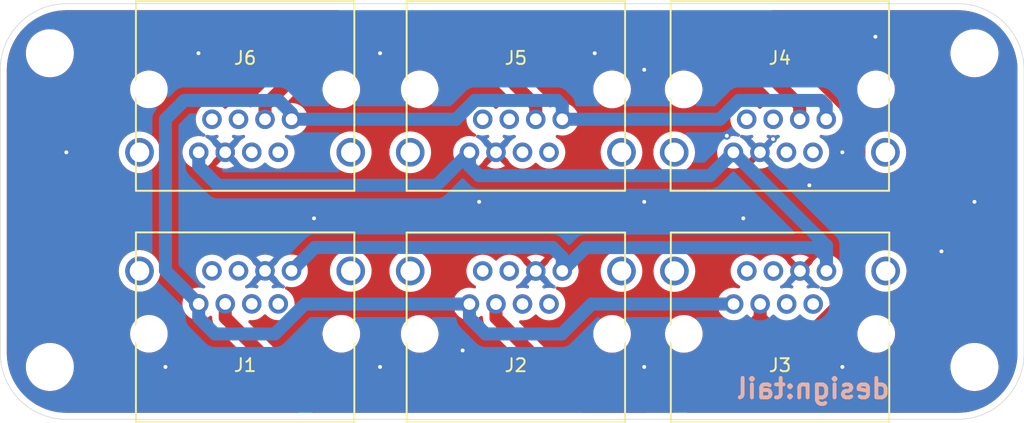
<source format=kicad_pcb>
(kicad_pcb (version 20240108) (generator "pcbnew") (generator_version "8.0")
  (layers (0 "F.Cu" signal) (31 "B.Cu" signal) (34 "B.Paste" user) (35 "F.Paste" user) (36 "B.SilkS" user "B.Silkscreen") (37 "F.SilkS" user "F.Silkscreen") (38 "B.Mask" user) (39 "F.Mask" user) (44 "Edge.Cuts" user))
  (net 0 "")
  (net 1 "GND")
  (net 3 "Power")
  (net 6 "CANH")
  (net 8 "CANL")
  (footprint "KUT_Connector.pretty-master:7810-8P8C" (layer "F.Cu") (at 123.475 28.18 180)
    (property "Reference" "J5" (at 0 2.413 180) (layer "F.SilkS"))
    (property "Value" "RJ45")
    (fp_line (start 8.4 6.8) (end 8.4 -7.8) (stroke (width 0.15)) (layer "F.SilkS"))
    (fp_line (start 8.4 -7.8) (end -8.4 -7.8) (stroke (width 0.15)) (layer "F.SilkS"))
    (fp_line (start -8.4 6.8) (end 8.4 6.8) (stroke (width 0.15)) (layer "F.SilkS"))
    (fp_line (start -8.4 -7.8) (end -8.4 6.8) (stroke (width 0.15)) (layer "F.SilkS"))
    (pad "" thru_hole circle (at -8.125 -4.84 180) (size 2.2 2.2) (drill 1.5) (layers "*.Cu" "*.Mask"))
    (pad "" np_thru_hole circle (at -7.4 0 180) (size 2.4 2.4) (drill 2.4) (layers "*.Cu" "*.Mask"))
    (pad "" np_thru_hole circle (at 7.4 0 180) (size 2.4 2.4) (drill 2.4) (layers "*.Cu" "*.Mask"))
    (pad "" thru_hole circle (at 8.125 -4.84 180) (size 2.2 2.2) (drill 1.5) (layers "*.Cu" "*.Mask"))
    (pad "1" thru_hole circle (at -3.57 -2.3 180) (size 1.5 1.5) (drill 0.9) (layers "*.Cu" "*.Mask") (net 6 "CANH"))
    (pad "2" thru_hole circle (at -2.55 -4.84 180) (size 1.5 1.5) (drill 0.9) (layers "*.Cu" "*.Mask"))
    (pad "3" thru_hole circle (at -1.53 -2.3 180) (size 1.5 1.5) (drill 0.9) (layers "*.Cu" "*.Mask") (net 3 "Power"))
    (pad "4" thru_hole circle (at -0.51 -4.84 180) (size 1.5 1.5) (drill 0.9) (layers "*.Cu" "*.Mask"))
    (pad "5" thru_hole circle (at 0.51 -2.3 180) (size 1.5 1.5) (drill 0.9) (layers "*.Cu" "*.Mask"))
    (pad "6" thru_hole circle (at 1.53 -4.84 180) (size 1.5 1.5) (drill 0.9) (layers "*.Cu" "*.Mask") (net 1 "GND"))
    (pad "7" thru_hole circle (at 2.55 -2.3 180) (size 1.5 1.5) (drill 0.9) (layers "*.Cu" "*.Mask"))
    (pad "8" thru_hole circle (at 3.57 -4.84 180) (size 1.5 1.5) (drill 0.9) (layers "*.Cu" "*.Mask") (net 8 "CANL"))
  )
  (footprint "" (layer "F.Cu") (at 87.63 49.53)
    (property "Reference" "" (at 0 0 0) (layer "F.SilkS") (effects (font (size 1.27 1.27))))
    (property "Value" "")
    (pad "" np_thru_hole circle (at 0 0) (size 3.2 3.2) (drill 3.2) (layers "F&B.Cu" "*.Mask"))
  )
  (footprint "" (layer "F.Cu") (at 158.75 25.4)
    (property "Reference" "" (at 0 0 0) (layer "F.SilkS") (effects (font (size 1.27 1.27))))
    (property "Value" "")
    (pad "" np_thru_hole circle (at 0 0) (size 3.2 3.2) (drill 3.2) (layers "F&B.Cu" "*.Mask"))
  )
  (footprint "" (layer "F.Cu") (at 158.75 49.53)
    (property "Reference" "" (at 0 0 0) (layer "F.SilkS") (effects (font (size 1.27 1.27))))
    (property "Value" "")
    (pad "" np_thru_hole circle (at 0 0) (size 3.2 3.2) (drill 3.2) (layers "F&B.Cu" "*.Mask"))
  )
  (footprint "KUT_Connector.pretty-master:7810-8P8C" (layer "F.Cu") (at 102.65 46.98)
    (property "Reference" "J1" (at 0 2.413 0) (layer "F.SilkS"))
    (property "Value" "RJ45")
    (fp_line (start -8.4 -7.8) (end -8.4 6.8) (stroke (width 0.15)) (layer "F.SilkS"))
    (fp_line (start -8.4 6.8) (end 8.4 6.8) (stroke (width 0.15)) (layer "F.SilkS"))
    (fp_line (start 8.4 -7.8) (end -8.4 -7.8) (stroke (width 0.15)) (layer "F.SilkS"))
    (fp_line (start 8.4 6.8) (end 8.4 -7.8) (stroke (width 0.15)) (layer "F.SilkS"))
    (pad "" thru_hole circle (at -8.125 -4.84) (size 2.2 2.2) (drill 1.5) (layers "*.Cu" "*.Mask"))
    (pad "" np_thru_hole circle (at -7.4 0) (size 2.4 2.4) (drill 2.4) (layers "*.Cu" "*.Mask"))
    (pad "" np_thru_hole circle (at 7.4 0) (size 2.4 2.4) (drill 2.4) (layers "*.Cu" "*.Mask"))
    (pad "" thru_hole circle (at 8.125 -4.84) (size 2.2 2.2) (drill 1.5) (layers "*.Cu" "*.Mask"))
    (pad "1" thru_hole circle (at -3.57 -2.3) (size 1.5 1.5) (drill 0.9) (layers "*.Cu" "*.Mask") (net 6 "CANH"))
    (pad "2" thru_hole circle (at -2.55 -4.84) (size 1.5 1.5) (drill 0.9) (layers "*.Cu" "*.Mask"))
    (pad "3" thru_hole circle (at -1.53 -2.3) (size 1.5 1.5) (drill 0.9) (layers "*.Cu" "*.Mask") (net 3 "Power"))
    (pad "4" thru_hole circle (at -0.51 -4.84) (size 1.5 1.5) (drill 0.9) (layers "*.Cu" "*.Mask"))
    (pad "5" thru_hole circle (at 0.51 -2.3) (size 1.5 1.5) (drill 0.9) (layers "*.Cu" "*.Mask"))
    (pad "6" thru_hole circle (at 1.53 -4.84) (size 1.5 1.5) (drill 0.9) (layers "*.Cu" "*.Mask") (net 1 "GND"))
    (pad "7" thru_hole circle (at 2.55 -2.3) (size 1.5 1.5) (drill 0.9) (layers "*.Cu" "*.Mask"))
    (pad "8" thru_hole circle (at 3.57 -4.84) (size 1.5 1.5) (drill 0.9) (layers "*.Cu" "*.Mask") (net 8 "CANL"))
  )
  (footprint "" (layer "F.Cu") (at 87.63 25.4)
    (property "Reference" "" (at 0 0 0) (layer "F.SilkS") (effects (font (size 1.27 1.27))))
    (property "Value" "")
    (pad "" np_thru_hole circle (at 0 0) (size 3.2 3.2) (drill 3.2) (layers "F&B.Cu" "*.Mask"))
  )
  (footprint "KUT_Connector.pretty-master:7810-8P8C" (layer "F.Cu") (at 123.475 46.99)
    (property "Reference" "J2" (at 0 2.413 0) (layer "F.SilkS"))
    (property "Value" "RJ45")
    (fp_line (start -8.4 -7.8) (end -8.4 6.8) (stroke (width 0.15)) (layer "F.SilkS"))
    (fp_line (start -8.4 6.8) (end 8.4 6.8) (stroke (width 0.15)) (layer "F.SilkS"))
    (fp_line (start 8.4 -7.8) (end -8.4 -7.8) (stroke (width 0.15)) (layer "F.SilkS"))
    (fp_line (start 8.4 6.8) (end 8.4 -7.8) (stroke (width 0.15)) (layer "F.SilkS"))
    (pad "" thru_hole circle (at -8.125 -4.84) (size 2.2 2.2) (drill 1.5) (layers "*.Cu" "*.Mask"))
    (pad "" np_thru_hole circle (at -7.4 0) (size 2.4 2.4) (drill 2.4) (layers "*.Cu" "*.Mask"))
    (pad "" np_thru_hole circle (at 7.4 0) (size 2.4 2.4) (drill 2.4) (layers "*.Cu" "*.Mask"))
    (pad "" thru_hole circle (at 8.125 -4.84) (size 2.2 2.2) (drill 1.5) (layers "*.Cu" "*.Mask"))
    (pad "1" thru_hole circle (at -3.57 -2.3) (size 1.5 1.5) (drill 0.9) (layers "*.Cu" "*.Mask") (net 6 "CANH"))
    (pad "2" thru_hole circle (at -2.55 -4.84) (size 1.5 1.5) (drill 0.9) (layers "*.Cu" "*.Mask"))
    (pad "3" thru_hole circle (at -1.53 -2.3) (size 1.5 1.5) (drill 0.9) (layers "*.Cu" "*.Mask") (net 3 "Power"))
    (pad "4" thru_hole circle (at -0.51 -4.84) (size 1.5 1.5) (drill 0.9) (layers "*.Cu" "*.Mask"))
    (pad "5" thru_hole circle (at 0.51 -2.3) (size 1.5 1.5) (drill 0.9) (layers "*.Cu" "*.Mask"))
    (pad "6" thru_hole circle (at 1.53 -4.84) (size 1.5 1.5) (drill 0.9) (layers "*.Cu" "*.Mask") (net 1 "GND"))
    (pad "7" thru_hole circle (at 2.55 -2.3) (size 1.5 1.5) (drill 0.9) (layers "*.Cu" "*.Mask"))
    (pad "8" thru_hole circle (at 3.57 -4.84) (size 1.5 1.5) (drill 0.9) (layers "*.Cu" "*.Mask") (net 8 "CANL"))
  )
  (footprint "KUT_Connector.pretty-master:7810-8P8C" (layer "F.Cu") (at 143.795 46.99)
    (property "Reference" "J3" (at 0 2.413 0) (layer "F.SilkS"))
    (property "Value" "RJ45")
    (fp_line (start -8.4 -7.8) (end -8.4 6.8) (stroke (width 0.15)) (layer "F.SilkS"))
    (fp_line (start -8.4 6.8) (end 8.4 6.8) (stroke (width 0.15)) (layer "F.SilkS"))
    (fp_line (start 8.4 -7.8) (end -8.4 -7.8) (stroke (width 0.15)) (layer "F.SilkS"))
    (fp_line (start 8.4 6.8) (end 8.4 -7.8) (stroke (width 0.15)) (layer "F.SilkS"))
    (pad "" thru_hole circle (at -8.125 -4.84) (size 2.2 2.2) (drill 1.5) (layers "*.Cu" "*.Mask"))
    (pad "" np_thru_hole circle (at -7.4 0) (size 2.4 2.4) (drill 2.4) (layers "*.Cu" "*.Mask"))
    (pad "" np_thru_hole circle (at 7.4 0) (size 2.4 2.4) (drill 2.4) (layers "*.Cu" "*.Mask"))
    (pad "" thru_hole circle (at 8.125 -4.84) (size 2.2 2.2) (drill 1.5) (layers "*.Cu" "*.Mask"))
    (pad "1" thru_hole circle (at -3.57 -2.3) (size 1.5 1.5) (drill 0.9) (layers "*.Cu" "*.Mask") (net 6 "CANH"))
    (pad "2" thru_hole circle (at -2.55 -4.84) (size 1.5 1.5) (drill 0.9) (layers "*.Cu" "*.Mask"))
    (pad "3" thru_hole circle (at -1.53 -2.3) (size 1.5 1.5) (drill 0.9) (layers "*.Cu" "*.Mask") (net 3 "Power"))
    (pad "4" thru_hole circle (at -0.51 -4.84) (size 1.5 1.5) (drill 0.9) (layers "*.Cu" "*.Mask"))
    (pad "5" thru_hole circle (at 0.51 -2.3) (size 1.5 1.5) (drill 0.9) (layers "*.Cu" "*.Mask"))
    (pad "6" thru_hole circle (at 1.53 -4.84) (size 1.5 1.5) (drill 0.9) (layers "*.Cu" "*.Mask") (net 1 "GND"))
    (pad "7" thru_hole circle (at 2.55 -2.3) (size 1.5 1.5) (drill 0.9) (layers "*.Cu" "*.Mask"))
    (pad "8" thru_hole circle (at 3.57 -4.84) (size 1.5 1.5) (drill 0.9) (layers "*.Cu" "*.Mask") (net 8 "CANL"))
  )
  (footprint "KUT_Connector.pretty-master:7810-8P8C" (layer "F.Cu") (at 143.7782 28.18 180)
    (property "Reference" "J4" (at 0 2.413 180) (layer "F.SilkS"))
    (property "Value" "RJ45")
    (fp_line (start 8.4 6.8) (end 8.4 -7.8) (stroke (width 0.15)) (layer "F.SilkS"))
    (fp_line (start 8.4 -7.8) (end -8.4 -7.8) (stroke (width 0.15)) (layer "F.SilkS"))
    (fp_line (start -8.4 6.8) (end 8.4 6.8) (stroke (width 0.15)) (layer "F.SilkS"))
    (fp_line (start -8.4 -7.8) (end -8.4 6.8) (stroke (width 0.15)) (layer "F.SilkS"))
    (pad "" thru_hole circle (at -8.125 -4.84 180) (size 2.2 2.2) (drill 1.5) (layers "*.Cu" "*.Mask"))
    (pad "" np_thru_hole circle (at -7.4 0 180) (size 2.4 2.4) (drill 2.4) (layers "*.Cu" "*.Mask"))
    (pad "" np_thru_hole circle (at 7.4 0 180) (size 2.4 2.4) (drill 2.4) (layers "*.Cu" "*.Mask"))
    (pad "" thru_hole circle (at 8.125 -4.84 180) (size 2.2 2.2) (drill 1.5) (layers "*.Cu" "*.Mask"))
    (pad "1" thru_hole circle (at -3.57 -2.3 180) (size 1.5 1.5) (drill 0.9) (layers "*.Cu" "*.Mask") (net 6 "CANH"))
    (pad "2" thru_hole circle (at -2.55 -4.84 180) (size 1.5 1.5) (drill 0.9) (layers "*.Cu" "*.Mask"))
    (pad "3" thru_hole circle (at -1.53 -2.3 180) (size 1.5 1.5) (drill 0.9) (layers "*.Cu" "*.Mask") (net 3 "Power"))
    (pad "4" thru_hole circle (at -0.51 -4.84 180) (size 1.5 1.5) (drill 0.9) (layers "*.Cu" "*.Mask"))
    (pad "5" thru_hole circle (at 0.51 -2.3 180) (size 1.5 1.5) (drill 0.9) (layers "*.Cu" "*.Mask"))
    (pad "6" thru_hole circle (at 1.53 -4.84 180) (size 1.5 1.5) (drill 0.9) (layers "*.Cu" "*.Mask") (net 1 "GND"))
    (pad "7" thru_hole circle (at 2.55 -2.3 180) (size 1.5 1.5) (drill 0.9) (layers "*.Cu" "*.Mask"))
    (pad "8" thru_hole circle (at 3.57 -4.84 180) (size 1.5 1.5) (drill 0.9) (layers "*.Cu" "*.Mask") (net 8 "CANL"))
  )
  (footprint "KUT_Connector.pretty-master:7810-8P8C" (layer "F.Cu") (at 102.65 28.18 180)
    (property "Reference" "J6" (at 0 2.413 180) (layer "F.SilkS"))
    (property "Value" "RJ45")
    (fp_line (start 8.4 6.8) (end 8.4 -7.8) (stroke (width 0.15)) (layer "F.SilkS"))
    (fp_line (start 8.4 -7.8) (end -8.4 -7.8) (stroke (width 0.15)) (layer "F.SilkS"))
    (fp_line (start -8.4 6.8) (end 8.4 6.8) (stroke (width 0.15)) (layer "F.SilkS"))
    (fp_line (start -8.4 -7.8) (end -8.4 6.8) (stroke (width 0.15)) (layer "F.SilkS"))
    (pad "" thru_hole circle (at -8.125 -4.84 180) (size 2.2 2.2) (drill 1.5) (layers "*.Cu" "*.Mask"))
    (pad "" np_thru_hole circle (at -7.4 0 180) (size 2.4 2.4) (drill 2.4) (layers "*.Cu" "*.Mask"))
    (pad "" np_thru_hole circle (at 7.4 0 180) (size 2.4 2.4) (drill 2.4) (layers "*.Cu" "*.Mask"))
    (pad "" thru_hole circle (at 8.125 -4.84 180) (size 2.2 2.2) (drill 1.5) (layers "*.Cu" "*.Mask"))
    (pad "1" thru_hole circle (at -3.57 -2.3 180) (size 1.5 1.5) (drill 0.9) (layers "*.Cu" "*.Mask") (net 6 "CANH"))
    (pad "2" thru_hole circle (at -2.55 -4.84 180) (size 1.5 1.5) (drill 0.9) (layers "*.Cu" "*.Mask"))
    (pad "3" thru_hole circle (at -1.53 -2.3 180) (size 1.5 1.5) (drill 0.9) (layers "*.Cu" "*.Mask") (net 3 "Power"))
    (pad "4" thru_hole circle (at -0.51 -4.84 180) (size 1.5 1.5) (drill 0.9) (layers "*.Cu" "*.Mask"))
    (pad "5" thru_hole circle (at 0.51 -2.3 180) (size 1.5 1.5) (drill 0.9) (layers "*.Cu" "*.Mask"))
    (pad "6" thru_hole circle (at 1.53 -4.84 180) (size 1.5 1.5) (drill 0.9) (layers "*.Cu" "*.Mask") (net 1 "GND"))
    (pad "7" thru_hole circle (at 2.55 -2.3 180) (size 1.5 1.5) (drill 0.9) (layers "*.Cu" "*.Mask"))
    (pad "8" thru_hole circle (at 3.57 -4.84 180) (size 1.5 1.5) (drill 0.9) (layers "*.Cu" "*.Mask") (net 8 "CANL"))
  )
  (gr_arc (start 83.82 26.67) (mid 85.307898 23.077898) (end 88.9 21.59) (stroke (width 0.05)) (layer "Edge.Cuts"))
  (gr_arc (start 162.56 48.477898) (mid 161.072102 52.07) (end 157.48 53.557898) (stroke (width 0.05)) (layer "Edge.Cuts"))
  (gr_line (start 88.9 21.59) (end 157.48 21.59) (stroke (width 0.05)) (layer "Edge.Cuts"))
  (gr_arc (start 88.9 53.557898) (mid 85.307898 52.07) (end 83.82 48.477898) (stroke (width 0.05)) (layer "Edge.Cuts"))
  (gr_line (start 83.82 48.477898) (end 83.82 26.67) (stroke (width 0.05)) (layer "Edge.Cuts"))
  (gr_line (start 157.48 53.557898) (end 88.9 53.557898) (stroke (width 0.05)) (layer "Edge.Cuts"))
  (gr_line (start 162.56 48.477898) (end 162.56 26.67) (stroke (width 0.05)) (layer "Edge.Cuts"))
  (gr_arc (start 157.48 21.59) (mid 161.072102 23.077898) (end 162.56 26.67) (stroke (width 0.05)) (layer "Edge.Cuts"))
  (gr_text "design:tail" (at 152.4 52.07 0) (layer "B.SilkS") (effects (font (size 1.5 1.5) (thickness 0.3) (bold yes)) (justify left bottom mirror)))
  (via (at 140.97 38.1) (size 0.6) (drill 0.3) (layers "F.Cu" "B.Cu") (net 1))
  (via (at 88.9 33.02) (size 0.6) (drill 0.3) (layers "F.Cu" "B.Cu") (net 1))
  (via (at 113.03 49.53) (size 0.6) (drill 0.3) (layers "F.Cu" "B.Cu") (net 1))
  (via (at 133.35 36.83) (size 0.6) (drill 0.3) (layers "F.Cu" "B.Cu") (net 1))
  (via (at 107.95 38.1) (size 0.6) (drill 0.3) (layers "F.Cu" "B.Cu") (net 1))
  (via (at 119.38 48.26) (size 0.6) (drill 0.3) (layers "F.Cu" "B.Cu") (net 1))
  (via (at 148.59 49.53) (size 0.6) (drill 0.3) (layers "F.Cu" "B.Cu") (net 1))
  (via (at 99.06 25.4) (size 0.6) (drill 0.3) (layers "F.Cu" "B.Cu") (net 1))
  (via (at 113.03 25.4) (size 0.6) (drill 0.3) (layers "F.Cu" "B.Cu") (net 1))
  (via (at 133.35 26.67) (size 0.6) (drill 0.3) (layers "F.Cu" "B.Cu") (net 1))
  (via (at 129.54 25.4) (size 0.6) (drill 0.3) (layers "F.Cu" "B.Cu") (net 1))
  (via (at 120.65 36.83) (size 0.6) (drill 0.3) (layers "F.Cu" "B.Cu") (net 1))
  (via (at 143.256 32.004) (size 0.6) (drill 0.3) (layers "F.Cu" "B.Cu") (net 1))
  (via (at 148.59 33.02) (size 0.6) (drill 0.3) (layers "F.Cu" "B.Cu") (net 1))
  (via (at 158.75 36.83) (size 0.6) (drill 0.3) (layers "F.Cu" "B.Cu") (net 1))
  (via (at 133.35 49.53) (size 0.6) (drill 0.3) (layers "F.Cu" "B.Cu") (net 1))
  (via (at 146.05 35.56) (size 0.6) (drill 0.3) (layers "F.Cu" "B.Cu") (net 1))
  (via (at 96.52 49.53) (size 0.6) (drill 0.3) (layers "F.Cu" "B.Cu") (net 1))
  (via (at 156.21 40.64) (size 0.6) (drill 0.3) (layers "F.Cu" "B.Cu") (net 1))
  (via (at 151.13 24.13) (size 0.6) (drill 0.3) (layers "F.Cu" "B.Cu") (net 1))
  (via (at 139.7 31.75) (size 0.6) (drill 0.3) (layers "F.Cu" "B.Cu") (net 1))
  (segment (start 149.86 43.22561) (end 149.86 30.48) (width 1) (layer "F.Cu") (net 3))
  (segment (start 101.12 45.74066) (end 101.12 44.68) (width 1) (layer "F.Cu") (net 3))
  (segment (start 142.265 45.75066) (end 143.50434 46.99) (width 1) (layer "F.Cu") (net 3))
  (segment (start 149.86 30.48) (end 142.24 22.86) (width 1) (layer "F.Cu") (net 3))
  (segment (start 145.3082 29.41934) (end 145.3082 30.48) (width 1) (layer "F.Cu") (net 3))
  (segment (start 138.74886 22.86) (end 145.3082 29.41934) (width 1) (layer "F.Cu") (net 3))
  (segment (start 125.005 30.48) (end 125.005 29.41934) (width 1) (layer "F.Cu") (net 3))
  (segment (start 104.18 30.48) (end 104.18 29.41934) (width 1) (layer "F.Cu") (net 3))
  (segment (start 121.945 45.75066) (end 128.752238 52.557898) (width 1) (layer "F.Cu") (net 3))
  (segment (start 114.3 22.86) (end 138.74886 22.86) (width 1) (layer "F.Cu") (net 3))
  (segment (start 142.24 22.86) (end 138.74886 22.86) (width 1) (layer "F.Cu") (net 3))
  (segment (start 135.457762 52.557898) (end 133.35 52.557898) (width 1) (layer "F.Cu") (net 3))
  (segment (start 107.937238 52.557898) (end 101.12 45.74066) (width 1) (layer "F.Cu") (net 3))
  (segment (start 142.265 45.75066) (end 135.457762 52.557898) (width 1) (layer "F.Cu") (net 3))
  (segment (start 142.265 44.69) (end 142.265 45.75066) (width 1) (layer "F.Cu") (net 3))
  (segment (start 125.005 29.41934) (end 118.44566 22.86) (width 1) (layer "F.Cu") (net 3))
  (segment (start 146.09561 46.99) (end 149.86 43.22561) (width 1) (layer "F.Cu") (net 3))
  (segment (start 143.50434 46.99) (end 146.09561 46.99) (width 1) (layer "F.Cu") (net 3))
  (segment (start 121.945 44.69) (end 121.945 45.75066) (width 1) (layer "F.Cu") (net 3))
  (segment (start 128.752238 52.557898) (end 133.35 52.557898) (width 1) (layer "F.Cu") (net 3))
  (segment (start 118.44566 22.86) (end 114.3 22.86) (width 1) (layer "F.Cu") (net 3))
  (segment (start 133.35 52.557898) (end 107.937238 52.557898) (width 1) (layer "F.Cu") (net 3))
  (segment (start 104.18 29.41934) (end 110.73934 22.86) (width 1) (layer "F.Cu") (net 3))
  (segment (start 110.73934 22.86) (end 114.3 22.86) (width 1) (layer "F.Cu") (net 3))
  (segment (start 106.22 30.02) (end 105.23 29.03) (width 1) (layer "B.Cu") (net 6))
  (segment (start 96.52 30.48) (end 96.52 42.12) (width 1) (layer "B.Cu") (net 6))
  (segment (start 99.08 45.74066) (end 99.08 44.68) (width 1) (layer "B.Cu") (net 6))
  (segment (start 104.94061 46.99) (end 100.32934 46.99) (width 1) (layer "B.Cu") (net 6))
  (segment (start 118.87439 30.48) (end 120.32439 29.03) (width 1) (layer "B.Cu") (net 6))
  (segment (start 127.045 29.41934) (end 127.045 30.48) (width 1) (layer "B.Cu") (net 6))
  (segment (start 139.17759 30.48) (end 140.62759 29.03) (width 1) (layer "B.Cu") (net 6))
  (segment (start 119.905 45.75066) (end 119.905 44.69) (width 1) (layer "B.Cu") (net 6))
  (segment (start 100.32934 46.99) (end 99.08 45.74066) (width 1) (layer "B.Cu") (net 6))
  (segment (start 121.14434 46.99) (end 119.905 45.75066) (width 1) (layer "B.Cu") (net 6))
  (segment (start 106.22 30.48) (end 106.22 30.02) (width 1) (layer "B.Cu") (net 6))
  (segment (start 127 46.99) (end 121.14434 46.99) (width 1) (layer "B.Cu") (net 6))
  (segment (start 140.62759 29.03) (end 146.95886 29.03) (width 1) (layer "B.Cu") (net 6))
  (segment (start 96.52 42.12) (end 99.08 44.68) (width 1) (layer "B.Cu") (net 6))
  (segment (start 107.24061 44.69) (end 104.94061 46.99) (width 1) (layer "B.Cu") (net 6))
  (segment (start 106.22 30.48) (end 118.87439 30.48) (width 1) (layer "B.Cu") (net 6))
  (segment (start 129.3 44.69) (end 127 46.99) (width 1) (layer "B.Cu") (net 6))
  (segment (start 140.225 44.69) (end 129.3 44.69) (width 1) (layer "B.Cu") (net 6))
  (segment (start 120.32439 29.03) (end 126.65566 29.03) (width 1) (layer "B.Cu") (net 6))
  (segment (start 119.905 44.69) (end 107.24061 44.69) (width 1) (layer "B.Cu") (net 6))
  (segment (start 97.97 29.03) (end 96.52 30.48) (width 1) (layer "B.Cu") (net 6))
  (segment (start 105.23 29.03) (end 97.97 29.03) (width 1) (layer "B.Cu") (net 6))
  (segment (start 127.045 30.48) (end 139.17759 30.48) (width 1) (layer "B.Cu") (net 6))
  (segment (start 147.3482 29.41934) (end 147.3482 30.48) (width 1) (layer "B.Cu") (net 6))
  (segment (start 146.95886 29.03) (end 147.3482 29.41934) (width 1) (layer "B.Cu") (net 6))
  (segment (start 126.65566 29.03) (end 127.045 29.41934) (width 1) (layer "B.Cu") (net 6))
  (segment (start 117.365 35.56) (end 119.905 33.02) (width 1) (layer "B.Cu") (net 8))
  (segment (start 147.365 40.18741) (end 140.2082 33.03061) (width 1) (layer "B.Cu") (net 8))
  (segment (start 127.045 42.15) (end 127.045 41.08934) (width 1) (layer "B.Cu") (net 8))
  (segment (start 147.365 42.15) (end 147.365 41.08934) (width 1) (layer "B.Cu") (net 8))
  (segment (start 119.905 34.08066) (end 120.64434 34.82) (width 1) (layer "B.Cu") (net 8))
  (segment (start 99.08 34.08066) (end 100.55934 35.56) (width 1) (layer "B.Cu") (net 8))
  (segment (start 127.045 41.08934) (end 126.29566 40.34) (width 1) (layer "B.Cu") (net 8))
  (segment (start 147.365 42.15) (end 147.365 40.18741) (width 1) (layer "B.Cu") (net 8))
  (segment (start 138.4082 34.82) (end 140.2082 33.02) (width 1) (layer "B.Cu") (net 8))
  (segment (start 128.845 40.35) (end 127.045 42.15) (width 1) (layer "B.Cu") (net 8))
  (segment (start 99.08 33.02) (end 99.08 34.08066) (width 1) (layer "B.Cu") (net 8))
  (segment (start 108.02 40.34) (end 106.22 42.14) (width 1) (layer "B.Cu") (net 8))
  (segment (start 120.64434 34.82) (end 138.4082 34.82) (width 1) (layer "B.Cu") (net 8))
  (segment (start 100.55934 35.56) (end 117.365 35.56) (width 1) (layer "B.Cu") (net 8))
  (segment (start 126.29566 40.34) (end 108.02 40.34) (width 1) (layer "B.Cu") (net 8))
  (segment (start 119.905 33.02) (end 119.905 34.08066) (width 1) (layer "B.Cu") (net 8))
  (segment (start 147.365 41.08934) (end 146.62566 40.35) (width 1) (layer "B.Cu") (net 8))
  (segment (start 140.2082 33.03061) (end 140.2082 33.02) (width 1) (layer "B.Cu") (net 8))
  (segment (start 146.62566 40.35) (end 128.845 40.35) (width 1) (layer "B.Cu") (net 8))
  (zone (net 1) (net_name "GND") (layers "F&B.Cu") (connect_pads (clearance 0.5)) (min_thickness 0.25) (fill yes (thermal_gap 0.5) (thermal_bridge_width 0.5))
    (polygon (pts (xy 83.82 21.59) (xy 83.82 53.34) (xy 162.56 53.34) (xy 162.56 21.59)))
  )
)
</source>
